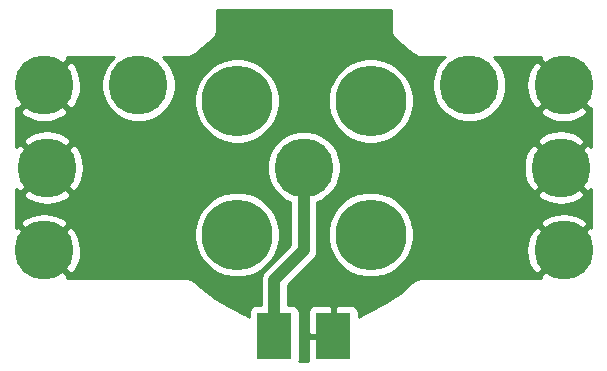
<source format=gtl>
G04 #@! TF.GenerationSoftware,KiCad,Pcbnew,5.1.9+dfsg1-1*
G04 #@! TF.CreationDate,2023-03-08T14:36:01+09:00*
G04 #@! TF.ProjectId,top,746f702e-6b69-4636-9164-5f7063625858,rev?*
G04 #@! TF.SameCoordinates,Original*
G04 #@! TF.FileFunction,Copper,L1,Top*
G04 #@! TF.FilePolarity,Positive*
%FSLAX46Y46*%
G04 Gerber Fmt 4.6, Leading zero omitted, Abs format (unit mm)*
G04 Created by KiCad (PCBNEW 5.1.9+dfsg1-1) date 2023-03-08 14:36:01*
%MOMM*%
%LPD*%
G01*
G04 APERTURE LIST*
G04 #@! TA.AperFunction,SMDPad,CuDef*
%ADD10R,3.000000X4.000000*%
G04 #@! TD*
G04 #@! TA.AperFunction,ComponentPad*
%ADD11C,5.000000*%
G04 #@! TD*
G04 #@! TA.AperFunction,ComponentPad*
%ADD12C,6.000000*%
G04 #@! TD*
G04 #@! TA.AperFunction,Conductor*
%ADD13C,1.000000*%
G04 #@! TD*
G04 #@! TA.AperFunction,Conductor*
%ADD14C,0.254000*%
G04 #@! TD*
G04 #@! TA.AperFunction,Conductor*
%ADD15C,0.100000*%
G04 #@! TD*
G04 APERTURE END LIST*
D10*
X172500000Y-124250000D03*
X177500000Y-124250000D03*
D11*
X153000000Y-117000000D03*
X197000000Y-117000000D03*
X153250000Y-110000000D03*
X197000000Y-103000000D03*
X196750000Y-110000000D03*
X153000000Y-103000000D03*
X161000000Y-103000000D03*
X189000000Y-103000000D03*
D12*
X169343146Y-104343146D03*
X180656854Y-104343146D03*
X180656854Y-115656854D03*
X169343146Y-115656854D03*
D11*
X175000000Y-110000000D03*
D13*
X172500000Y-119500000D02*
X172500000Y-124250000D01*
X175000000Y-117000000D02*
X172500000Y-119500000D01*
X175000000Y-110000000D02*
X175000000Y-117000000D01*
D14*
X182340000Y-98282418D02*
X182342628Y-98309103D01*
X182348767Y-98384478D01*
X182358452Y-98438004D01*
X182366506Y-98491819D01*
X182368815Y-98500740D01*
X182393926Y-98595037D01*
X182414879Y-98651044D01*
X182435062Y-98707377D01*
X182439060Y-98715679D01*
X182482008Y-98803302D01*
X182513443Y-98854175D01*
X182544181Y-98905513D01*
X182549716Y-98912881D01*
X182608866Y-98990494D01*
X182649591Y-99034301D01*
X182689713Y-99078687D01*
X182696573Y-99084839D01*
X182769672Y-99149484D01*
X182771092Y-99150511D01*
X182792097Y-99168444D01*
X183933625Y-100090802D01*
X184206778Y-100343706D01*
X184229113Y-100362278D01*
X184236236Y-100369402D01*
X184243398Y-100375202D01*
X184311530Y-100429594D01*
X184358827Y-100460310D01*
X184405350Y-100492165D01*
X184413456Y-100496548D01*
X184499617Y-100542360D01*
X184554909Y-100565149D01*
X184609898Y-100588718D01*
X184618701Y-100591443D01*
X184712119Y-100619648D01*
X184770826Y-100631273D01*
X184829316Y-100643705D01*
X184838470Y-100644667D01*
X184838476Y-100644668D01*
X184838481Y-100644668D01*
X184935598Y-100654190D01*
X184967581Y-100657340D01*
X186909100Y-100657340D01*
X186564886Y-101001554D01*
X186221799Y-101515021D01*
X185985476Y-102085554D01*
X185865000Y-102691229D01*
X185865000Y-103308771D01*
X185985476Y-103914446D01*
X186221799Y-104484979D01*
X186564886Y-104998446D01*
X187001554Y-105435114D01*
X187515021Y-105778201D01*
X188085554Y-106014524D01*
X188691229Y-106135000D01*
X189308771Y-106135000D01*
X189914446Y-106014524D01*
X190484979Y-105778201D01*
X190998446Y-105435114D01*
X191230412Y-105203148D01*
X194976457Y-105203148D01*
X195252627Y-105621118D01*
X195797557Y-105911649D01*
X196388696Y-106090287D01*
X197003328Y-106150168D01*
X197617831Y-106088990D01*
X198208592Y-105909103D01*
X198747373Y-105621118D01*
X199023543Y-105203148D01*
X197000000Y-103179605D01*
X194976457Y-105203148D01*
X191230412Y-105203148D01*
X191435114Y-104998446D01*
X191778201Y-104484979D01*
X192014524Y-103914446D01*
X192135000Y-103308771D01*
X192135000Y-103003328D01*
X193849832Y-103003328D01*
X193911010Y-103617831D01*
X194090897Y-104208592D01*
X194378882Y-104747373D01*
X194796852Y-105023543D01*
X196820395Y-103000000D01*
X194796852Y-100976457D01*
X194378882Y-101252627D01*
X194088351Y-101797557D01*
X193909713Y-102388696D01*
X193849832Y-103003328D01*
X192135000Y-103003328D01*
X192135000Y-102691229D01*
X192014524Y-102085554D01*
X191778201Y-101515021D01*
X191435114Y-101001554D01*
X191090900Y-100657340D01*
X195068638Y-100657340D01*
X194976457Y-100796852D01*
X197000000Y-102820395D01*
X197014143Y-102806253D01*
X197193748Y-102985858D01*
X197179605Y-103000000D01*
X199203148Y-105023543D01*
X199340001Y-104933119D01*
X199340001Y-108232066D01*
X198953148Y-107976457D01*
X196929605Y-110000000D01*
X198953148Y-112023543D01*
X199340000Y-111767934D01*
X199340000Y-115066881D01*
X199203148Y-114976457D01*
X197179605Y-117000000D01*
X197193748Y-117014143D01*
X197014143Y-117193748D01*
X197000000Y-117179605D01*
X194976457Y-119203148D01*
X195065123Y-119337340D01*
X184967581Y-119337340D01*
X184938885Y-119340166D01*
X184855615Y-119347453D01*
X184800198Y-119357825D01*
X184744523Y-119366845D01*
X184735630Y-119369262D01*
X184641643Y-119395509D01*
X184585890Y-119417138D01*
X184529811Y-119437996D01*
X184521557Y-119442094D01*
X184434458Y-119486096D01*
X184383946Y-119518155D01*
X184333002Y-119549500D01*
X184325701Y-119555123D01*
X184248808Y-119615206D01*
X184247540Y-119616414D01*
X184226074Y-119633798D01*
X183120826Y-120579532D01*
X181950338Y-121382567D01*
X180693306Y-122060905D01*
X180044037Y-122347225D01*
X180013755Y-122362552D01*
X180000465Y-122367922D01*
X179992329Y-122372248D01*
X179906490Y-122418661D01*
X179856912Y-122452102D01*
X179806842Y-122484867D01*
X179799701Y-122490691D01*
X179724512Y-122552893D01*
X179682351Y-122595349D01*
X179639621Y-122637194D01*
X179637373Y-122639911D01*
X179638072Y-122250000D01*
X179625812Y-122125518D01*
X179589502Y-122005820D01*
X179530537Y-121895506D01*
X179451185Y-121798815D01*
X179354494Y-121719463D01*
X179244180Y-121660498D01*
X179124482Y-121624188D01*
X179000000Y-121611928D01*
X177785750Y-121615000D01*
X177627000Y-121773750D01*
X177627000Y-124123000D01*
X177647000Y-124123000D01*
X177647000Y-124377000D01*
X177627000Y-124377000D01*
X177627000Y-124397000D01*
X177373000Y-124397000D01*
X177373000Y-124377000D01*
X175523750Y-124377000D01*
X175365000Y-124535750D01*
X175361928Y-126250000D01*
X175370530Y-126337340D01*
X174629470Y-126337340D01*
X174638072Y-126250000D01*
X174638072Y-122250000D01*
X175361928Y-122250000D01*
X175365000Y-123964250D01*
X175523750Y-124123000D01*
X177373000Y-124123000D01*
X177373000Y-121773750D01*
X177214250Y-121615000D01*
X176000000Y-121611928D01*
X175875518Y-121624188D01*
X175755820Y-121660498D01*
X175645506Y-121719463D01*
X175548815Y-121798815D01*
X175469463Y-121895506D01*
X175410498Y-122005820D01*
X175374188Y-122125518D01*
X175361928Y-122250000D01*
X174638072Y-122250000D01*
X174625812Y-122125518D01*
X174589502Y-122005820D01*
X174530537Y-121895506D01*
X174451185Y-121798815D01*
X174354494Y-121719463D01*
X174244180Y-121660498D01*
X174124482Y-121624188D01*
X174000000Y-121611928D01*
X173635000Y-121611928D01*
X173635000Y-119970131D01*
X175763141Y-117841991D01*
X175806449Y-117806449D01*
X175948284Y-117633623D01*
X176053676Y-117436447D01*
X176118577Y-117222499D01*
X176135000Y-117055752D01*
X176140491Y-117000000D01*
X176135000Y-116944249D01*
X176135000Y-115298838D01*
X177021854Y-115298838D01*
X177021854Y-116014870D01*
X177161545Y-116717144D01*
X177435559Y-117378672D01*
X177833365Y-117974031D01*
X178339677Y-118480343D01*
X178935036Y-118878149D01*
X179596564Y-119152163D01*
X180298838Y-119291854D01*
X181014870Y-119291854D01*
X181717144Y-119152163D01*
X182378672Y-118878149D01*
X182974031Y-118480343D01*
X183480343Y-117974031D01*
X183878149Y-117378672D01*
X184033621Y-117003328D01*
X193849832Y-117003328D01*
X193911010Y-117617831D01*
X194090897Y-118208592D01*
X194378882Y-118747373D01*
X194796852Y-119023543D01*
X196820395Y-117000000D01*
X194796852Y-114976457D01*
X194378882Y-115252627D01*
X194088351Y-115797557D01*
X193909713Y-116388696D01*
X193849832Y-117003328D01*
X184033621Y-117003328D01*
X184152163Y-116717144D01*
X184291854Y-116014870D01*
X184291854Y-115298838D01*
X184192003Y-114796852D01*
X194976457Y-114796852D01*
X197000000Y-116820395D01*
X199023543Y-114796852D01*
X198747373Y-114378882D01*
X198202443Y-114088351D01*
X197611304Y-113909713D01*
X196996672Y-113849832D01*
X196382169Y-113911010D01*
X195791408Y-114090897D01*
X195252627Y-114378882D01*
X194976457Y-114796852D01*
X184192003Y-114796852D01*
X184152163Y-114596564D01*
X183878149Y-113935036D01*
X183480343Y-113339677D01*
X182974031Y-112833365D01*
X182378672Y-112435559D01*
X181817583Y-112203148D01*
X194726457Y-112203148D01*
X195002627Y-112621118D01*
X195547557Y-112911649D01*
X196138696Y-113090287D01*
X196753328Y-113150168D01*
X197367831Y-113088990D01*
X197958592Y-112909103D01*
X198497373Y-112621118D01*
X198773543Y-112203148D01*
X196750000Y-110179605D01*
X194726457Y-112203148D01*
X181817583Y-112203148D01*
X181717144Y-112161545D01*
X181014870Y-112021854D01*
X180298838Y-112021854D01*
X179596564Y-112161545D01*
X178935036Y-112435559D01*
X178339677Y-112833365D01*
X177833365Y-113339677D01*
X177435559Y-113935036D01*
X177161545Y-114596564D01*
X177021854Y-115298838D01*
X176135000Y-115298838D01*
X176135000Y-112923167D01*
X176484979Y-112778201D01*
X176998446Y-112435114D01*
X177435114Y-111998446D01*
X177778201Y-111484979D01*
X178014524Y-110914446D01*
X178135000Y-110308771D01*
X178135000Y-110003328D01*
X193599832Y-110003328D01*
X193661010Y-110617831D01*
X193840897Y-111208592D01*
X194128882Y-111747373D01*
X194546852Y-112023543D01*
X196570395Y-110000000D01*
X194546852Y-107976457D01*
X194128882Y-108252627D01*
X193838351Y-108797557D01*
X193659713Y-109388696D01*
X193599832Y-110003328D01*
X178135000Y-110003328D01*
X178135000Y-109691229D01*
X178014524Y-109085554D01*
X177778201Y-108515021D01*
X177435114Y-108001554D01*
X176998446Y-107564886D01*
X176484979Y-107221799D01*
X175914446Y-106985476D01*
X175308771Y-106865000D01*
X174691229Y-106865000D01*
X174085554Y-106985476D01*
X173515021Y-107221799D01*
X173001554Y-107564886D01*
X172564886Y-108001554D01*
X172221799Y-108515021D01*
X171985476Y-109085554D01*
X171865000Y-109691229D01*
X171865000Y-110308771D01*
X171985476Y-110914446D01*
X172221799Y-111484979D01*
X172564886Y-111998446D01*
X173001554Y-112435114D01*
X173515021Y-112778201D01*
X173865000Y-112923168D01*
X173865001Y-116529867D01*
X171736865Y-118658004D01*
X171693551Y-118693551D01*
X171551716Y-118866377D01*
X171446325Y-119063553D01*
X171446324Y-119063554D01*
X171381423Y-119277502D01*
X171359509Y-119500000D01*
X171365000Y-119555752D01*
X171365000Y-121611928D01*
X171000000Y-121611928D01*
X170875518Y-121624188D01*
X170755820Y-121660498D01*
X170645506Y-121719463D01*
X170548815Y-121798815D01*
X170469463Y-121895506D01*
X170410498Y-122005820D01*
X170374188Y-122125518D01*
X170361928Y-122250000D01*
X170361928Y-122639696D01*
X170359376Y-122636623D01*
X170316842Y-122594546D01*
X170274923Y-122551901D01*
X170267811Y-122546041D01*
X170267806Y-122546037D01*
X170267803Y-122546034D01*
X170267800Y-122546032D01*
X170192073Y-122484509D01*
X170142165Y-122451486D01*
X170092756Y-122417793D01*
X170084642Y-122413425D01*
X169998394Y-122367777D01*
X169996764Y-122367109D01*
X169972139Y-122354620D01*
X168657469Y-121732027D01*
X167446399Y-120991598D01*
X166313808Y-120121243D01*
X165787283Y-119645543D01*
X165770052Y-119631566D01*
X165763764Y-119625278D01*
X165756602Y-119619479D01*
X165688470Y-119565086D01*
X165641181Y-119534374D01*
X165594650Y-119502514D01*
X165586544Y-119498132D01*
X165500383Y-119452320D01*
X165445091Y-119429531D01*
X165390102Y-119405962D01*
X165381299Y-119403237D01*
X165287881Y-119375032D01*
X165229174Y-119363407D01*
X165170684Y-119350975D01*
X165161530Y-119350013D01*
X165161524Y-119350012D01*
X165161519Y-119350012D01*
X165064402Y-119340490D01*
X165032419Y-119337340D01*
X154934877Y-119337340D01*
X155023543Y-119203148D01*
X153000000Y-117179605D01*
X152985858Y-117193748D01*
X152806253Y-117014143D01*
X152820395Y-117000000D01*
X153179605Y-117000000D01*
X155203148Y-119023543D01*
X155621118Y-118747373D01*
X155911649Y-118202443D01*
X156090287Y-117611304D01*
X156150168Y-116996672D01*
X156088990Y-116382169D01*
X155909103Y-115791408D01*
X155645819Y-115298838D01*
X165708146Y-115298838D01*
X165708146Y-116014870D01*
X165847837Y-116717144D01*
X166121851Y-117378672D01*
X166519657Y-117974031D01*
X167025969Y-118480343D01*
X167621328Y-118878149D01*
X168282856Y-119152163D01*
X168985130Y-119291854D01*
X169701162Y-119291854D01*
X170403436Y-119152163D01*
X171064964Y-118878149D01*
X171660323Y-118480343D01*
X172166635Y-117974031D01*
X172564441Y-117378672D01*
X172838455Y-116717144D01*
X172978146Y-116014870D01*
X172978146Y-115298838D01*
X172838455Y-114596564D01*
X172564441Y-113935036D01*
X172166635Y-113339677D01*
X171660323Y-112833365D01*
X171064964Y-112435559D01*
X170403436Y-112161545D01*
X169701162Y-112021854D01*
X168985130Y-112021854D01*
X168282856Y-112161545D01*
X167621328Y-112435559D01*
X167025969Y-112833365D01*
X166519657Y-113339677D01*
X166121851Y-113935036D01*
X165847837Y-114596564D01*
X165708146Y-115298838D01*
X155645819Y-115298838D01*
X155621118Y-115252627D01*
X155203148Y-114976457D01*
X153179605Y-117000000D01*
X152820395Y-117000000D01*
X150796852Y-114976457D01*
X150660000Y-115066881D01*
X150660000Y-114796852D01*
X150976457Y-114796852D01*
X153000000Y-116820395D01*
X155023543Y-114796852D01*
X154747373Y-114378882D01*
X154202443Y-114088351D01*
X153611304Y-113909713D01*
X152996672Y-113849832D01*
X152382169Y-113911010D01*
X151791408Y-114090897D01*
X151252627Y-114378882D01*
X150976457Y-114796852D01*
X150660000Y-114796852D01*
X150660000Y-112203148D01*
X151226457Y-112203148D01*
X151502627Y-112621118D01*
X152047557Y-112911649D01*
X152638696Y-113090287D01*
X153253328Y-113150168D01*
X153867831Y-113088990D01*
X154458592Y-112909103D01*
X154997373Y-112621118D01*
X155273543Y-112203148D01*
X153250000Y-110179605D01*
X151226457Y-112203148D01*
X150660000Y-112203148D01*
X150660000Y-111767934D01*
X151046852Y-112023543D01*
X153070395Y-110000000D01*
X153429605Y-110000000D01*
X155453148Y-112023543D01*
X155871118Y-111747373D01*
X156161649Y-111202443D01*
X156340287Y-110611304D01*
X156400168Y-109996672D01*
X156338990Y-109382169D01*
X156159103Y-108791408D01*
X155871118Y-108252627D01*
X155453148Y-107976457D01*
X153429605Y-110000000D01*
X153070395Y-110000000D01*
X151046852Y-107976457D01*
X150660000Y-108232066D01*
X150660000Y-107796852D01*
X151226457Y-107796852D01*
X153250000Y-109820395D01*
X155273543Y-107796852D01*
X154997373Y-107378882D01*
X154452443Y-107088351D01*
X153861304Y-106909713D01*
X153246672Y-106849832D01*
X152632169Y-106911010D01*
X152041408Y-107090897D01*
X151502627Y-107378882D01*
X151226457Y-107796852D01*
X150660000Y-107796852D01*
X150660000Y-105203148D01*
X150976457Y-105203148D01*
X151252627Y-105621118D01*
X151797557Y-105911649D01*
X152388696Y-106090287D01*
X153003328Y-106150168D01*
X153617831Y-106088990D01*
X154208592Y-105909103D01*
X154747373Y-105621118D01*
X155023543Y-105203148D01*
X153000000Y-103179605D01*
X150976457Y-105203148D01*
X150660000Y-105203148D01*
X150660000Y-104933119D01*
X150796852Y-105023543D01*
X152820395Y-103000000D01*
X153179605Y-103000000D01*
X155203148Y-105023543D01*
X155621118Y-104747373D01*
X155911649Y-104202443D01*
X156090287Y-103611304D01*
X156150168Y-102996672D01*
X156088990Y-102382169D01*
X155909103Y-101791408D01*
X155621118Y-101252627D01*
X155203148Y-100976457D01*
X153179605Y-103000000D01*
X152820395Y-103000000D01*
X152806253Y-102985858D01*
X152985858Y-102806253D01*
X153000000Y-102820395D01*
X155023543Y-100796852D01*
X154931362Y-100657340D01*
X158909100Y-100657340D01*
X158564886Y-101001554D01*
X158221799Y-101515021D01*
X157985476Y-102085554D01*
X157865000Y-102691229D01*
X157865000Y-103308771D01*
X157985476Y-103914446D01*
X158221799Y-104484979D01*
X158564886Y-104998446D01*
X159001554Y-105435114D01*
X159515021Y-105778201D01*
X160085554Y-106014524D01*
X160691229Y-106135000D01*
X161308771Y-106135000D01*
X161914446Y-106014524D01*
X162484979Y-105778201D01*
X162998446Y-105435114D01*
X163435114Y-104998446D01*
X163778201Y-104484979D01*
X163985245Y-103985130D01*
X165708146Y-103985130D01*
X165708146Y-104701162D01*
X165847837Y-105403436D01*
X166121851Y-106064964D01*
X166519657Y-106660323D01*
X167025969Y-107166635D01*
X167621328Y-107564441D01*
X168282856Y-107838455D01*
X168985130Y-107978146D01*
X169701162Y-107978146D01*
X170403436Y-107838455D01*
X171064964Y-107564441D01*
X171660323Y-107166635D01*
X172166635Y-106660323D01*
X172564441Y-106064964D01*
X172838455Y-105403436D01*
X172978146Y-104701162D01*
X172978146Y-103985130D01*
X177021854Y-103985130D01*
X177021854Y-104701162D01*
X177161545Y-105403436D01*
X177435559Y-106064964D01*
X177833365Y-106660323D01*
X178339677Y-107166635D01*
X178935036Y-107564441D01*
X179596564Y-107838455D01*
X180298838Y-107978146D01*
X181014870Y-107978146D01*
X181717144Y-107838455D01*
X181817582Y-107796852D01*
X194726457Y-107796852D01*
X196750000Y-109820395D01*
X198773543Y-107796852D01*
X198497373Y-107378882D01*
X197952443Y-107088351D01*
X197361304Y-106909713D01*
X196746672Y-106849832D01*
X196132169Y-106911010D01*
X195541408Y-107090897D01*
X195002627Y-107378882D01*
X194726457Y-107796852D01*
X181817582Y-107796852D01*
X182378672Y-107564441D01*
X182974031Y-107166635D01*
X183480343Y-106660323D01*
X183878149Y-106064964D01*
X184152163Y-105403436D01*
X184291854Y-104701162D01*
X184291854Y-103985130D01*
X184152163Y-103282856D01*
X183878149Y-102621328D01*
X183480343Y-102025969D01*
X182974031Y-101519657D01*
X182378672Y-101121851D01*
X181717144Y-100847837D01*
X181014870Y-100708146D01*
X180298838Y-100708146D01*
X179596564Y-100847837D01*
X178935036Y-101121851D01*
X178339677Y-101519657D01*
X177833365Y-102025969D01*
X177435559Y-102621328D01*
X177161545Y-103282856D01*
X177021854Y-103985130D01*
X172978146Y-103985130D01*
X172838455Y-103282856D01*
X172564441Y-102621328D01*
X172166635Y-102025969D01*
X171660323Y-101519657D01*
X171064964Y-101121851D01*
X170403436Y-100847837D01*
X169701162Y-100708146D01*
X168985130Y-100708146D01*
X168282856Y-100847837D01*
X167621328Y-101121851D01*
X167025969Y-101519657D01*
X166519657Y-102025969D01*
X166121851Y-102621328D01*
X165847837Y-103282856D01*
X165708146Y-103985130D01*
X163985245Y-103985130D01*
X164014524Y-103914446D01*
X164135000Y-103308771D01*
X164135000Y-102691229D01*
X164014524Y-102085554D01*
X163778201Y-101515021D01*
X163435114Y-101001554D01*
X163090900Y-100657340D01*
X165032419Y-100657340D01*
X165061108Y-100654514D01*
X165144385Y-100647227D01*
X165199802Y-100636855D01*
X165255477Y-100627835D01*
X165264370Y-100625418D01*
X165358357Y-100599171D01*
X165414099Y-100577546D01*
X165470189Y-100556684D01*
X165478443Y-100552586D01*
X165565542Y-100508584D01*
X165616037Y-100476535D01*
X165666999Y-100445180D01*
X165674299Y-100439556D01*
X165751193Y-100379474D01*
X165752467Y-100378261D01*
X165773926Y-100360882D01*
X166889001Y-99406739D01*
X167187495Y-99184284D01*
X167207147Y-99167942D01*
X167215079Y-99162563D01*
X167222123Y-99156621D01*
X167283805Y-99103858D01*
X167321505Y-99064623D01*
X167360378Y-99026555D01*
X167366252Y-99019454D01*
X167427927Y-98943832D01*
X167461026Y-98894013D01*
X167494821Y-98844658D01*
X167499204Y-98836552D01*
X167545017Y-98750392D01*
X167567812Y-98695087D01*
X167591380Y-98640101D01*
X167594105Y-98631298D01*
X167622310Y-98537879D01*
X167633936Y-98479164D01*
X167646366Y-98420684D01*
X167647329Y-98411519D01*
X167656851Y-98314402D01*
X167656851Y-98314392D01*
X167660000Y-98282419D01*
X167660000Y-96657340D01*
X182340001Y-96657340D01*
X182340000Y-98282418D01*
G04 #@! TA.AperFunction,Conductor*
D15*
G36*
X182340000Y-98282418D02*
G01*
X182342628Y-98309103D01*
X182348767Y-98384478D01*
X182358452Y-98438004D01*
X182366506Y-98491819D01*
X182368815Y-98500740D01*
X182393926Y-98595037D01*
X182414879Y-98651044D01*
X182435062Y-98707377D01*
X182439060Y-98715679D01*
X182482008Y-98803302D01*
X182513443Y-98854175D01*
X182544181Y-98905513D01*
X182549716Y-98912881D01*
X182608866Y-98990494D01*
X182649591Y-99034301D01*
X182689713Y-99078687D01*
X182696573Y-99084839D01*
X182769672Y-99149484D01*
X182771092Y-99150511D01*
X182792097Y-99168444D01*
X183933625Y-100090802D01*
X184206778Y-100343706D01*
X184229113Y-100362278D01*
X184236236Y-100369402D01*
X184243398Y-100375202D01*
X184311530Y-100429594D01*
X184358827Y-100460310D01*
X184405350Y-100492165D01*
X184413456Y-100496548D01*
X184499617Y-100542360D01*
X184554909Y-100565149D01*
X184609898Y-100588718D01*
X184618701Y-100591443D01*
X184712119Y-100619648D01*
X184770826Y-100631273D01*
X184829316Y-100643705D01*
X184838470Y-100644667D01*
X184838476Y-100644668D01*
X184838481Y-100644668D01*
X184935598Y-100654190D01*
X184967581Y-100657340D01*
X186909100Y-100657340D01*
X186564886Y-101001554D01*
X186221799Y-101515021D01*
X185985476Y-102085554D01*
X185865000Y-102691229D01*
X185865000Y-103308771D01*
X185985476Y-103914446D01*
X186221799Y-104484979D01*
X186564886Y-104998446D01*
X187001554Y-105435114D01*
X187515021Y-105778201D01*
X188085554Y-106014524D01*
X188691229Y-106135000D01*
X189308771Y-106135000D01*
X189914446Y-106014524D01*
X190484979Y-105778201D01*
X190998446Y-105435114D01*
X191230412Y-105203148D01*
X194976457Y-105203148D01*
X195252627Y-105621118D01*
X195797557Y-105911649D01*
X196388696Y-106090287D01*
X197003328Y-106150168D01*
X197617831Y-106088990D01*
X198208592Y-105909103D01*
X198747373Y-105621118D01*
X199023543Y-105203148D01*
X197000000Y-103179605D01*
X194976457Y-105203148D01*
X191230412Y-105203148D01*
X191435114Y-104998446D01*
X191778201Y-104484979D01*
X192014524Y-103914446D01*
X192135000Y-103308771D01*
X192135000Y-103003328D01*
X193849832Y-103003328D01*
X193911010Y-103617831D01*
X194090897Y-104208592D01*
X194378882Y-104747373D01*
X194796852Y-105023543D01*
X196820395Y-103000000D01*
X194796852Y-100976457D01*
X194378882Y-101252627D01*
X194088351Y-101797557D01*
X193909713Y-102388696D01*
X193849832Y-103003328D01*
X192135000Y-103003328D01*
X192135000Y-102691229D01*
X192014524Y-102085554D01*
X191778201Y-101515021D01*
X191435114Y-101001554D01*
X191090900Y-100657340D01*
X195068638Y-100657340D01*
X194976457Y-100796852D01*
X197000000Y-102820395D01*
X197014143Y-102806253D01*
X197193748Y-102985858D01*
X197179605Y-103000000D01*
X199203148Y-105023543D01*
X199340001Y-104933119D01*
X199340001Y-108232066D01*
X198953148Y-107976457D01*
X196929605Y-110000000D01*
X198953148Y-112023543D01*
X199340000Y-111767934D01*
X199340000Y-115066881D01*
X199203148Y-114976457D01*
X197179605Y-117000000D01*
X197193748Y-117014143D01*
X197014143Y-117193748D01*
X197000000Y-117179605D01*
X194976457Y-119203148D01*
X195065123Y-119337340D01*
X184967581Y-119337340D01*
X184938885Y-119340166D01*
X184855615Y-119347453D01*
X184800198Y-119357825D01*
X184744523Y-119366845D01*
X184735630Y-119369262D01*
X184641643Y-119395509D01*
X184585890Y-119417138D01*
X184529811Y-119437996D01*
X184521557Y-119442094D01*
X184434458Y-119486096D01*
X184383946Y-119518155D01*
X184333002Y-119549500D01*
X184325701Y-119555123D01*
X184248808Y-119615206D01*
X184247540Y-119616414D01*
X184226074Y-119633798D01*
X183120826Y-120579532D01*
X181950338Y-121382567D01*
X180693306Y-122060905D01*
X180044037Y-122347225D01*
X180013755Y-122362552D01*
X180000465Y-122367922D01*
X179992329Y-122372248D01*
X179906490Y-122418661D01*
X179856912Y-122452102D01*
X179806842Y-122484867D01*
X179799701Y-122490691D01*
X179724512Y-122552893D01*
X179682351Y-122595349D01*
X179639621Y-122637194D01*
X179637373Y-122639911D01*
X179638072Y-122250000D01*
X179625812Y-122125518D01*
X179589502Y-122005820D01*
X179530537Y-121895506D01*
X179451185Y-121798815D01*
X179354494Y-121719463D01*
X179244180Y-121660498D01*
X179124482Y-121624188D01*
X179000000Y-121611928D01*
X177785750Y-121615000D01*
X177627000Y-121773750D01*
X177627000Y-124123000D01*
X177647000Y-124123000D01*
X177647000Y-124377000D01*
X177627000Y-124377000D01*
X177627000Y-124397000D01*
X177373000Y-124397000D01*
X177373000Y-124377000D01*
X175523750Y-124377000D01*
X175365000Y-124535750D01*
X175361928Y-126250000D01*
X175370530Y-126337340D01*
X174629470Y-126337340D01*
X174638072Y-126250000D01*
X174638072Y-122250000D01*
X175361928Y-122250000D01*
X175365000Y-123964250D01*
X175523750Y-124123000D01*
X177373000Y-124123000D01*
X177373000Y-121773750D01*
X177214250Y-121615000D01*
X176000000Y-121611928D01*
X175875518Y-121624188D01*
X175755820Y-121660498D01*
X175645506Y-121719463D01*
X175548815Y-121798815D01*
X175469463Y-121895506D01*
X175410498Y-122005820D01*
X175374188Y-122125518D01*
X175361928Y-122250000D01*
X174638072Y-122250000D01*
X174625812Y-122125518D01*
X174589502Y-122005820D01*
X174530537Y-121895506D01*
X174451185Y-121798815D01*
X174354494Y-121719463D01*
X174244180Y-121660498D01*
X174124482Y-121624188D01*
X174000000Y-121611928D01*
X173635000Y-121611928D01*
X173635000Y-119970131D01*
X175763141Y-117841991D01*
X175806449Y-117806449D01*
X175948284Y-117633623D01*
X176053676Y-117436447D01*
X176118577Y-117222499D01*
X176135000Y-117055752D01*
X176140491Y-117000000D01*
X176135000Y-116944249D01*
X176135000Y-115298838D01*
X177021854Y-115298838D01*
X177021854Y-116014870D01*
X177161545Y-116717144D01*
X177435559Y-117378672D01*
X177833365Y-117974031D01*
X178339677Y-118480343D01*
X178935036Y-118878149D01*
X179596564Y-119152163D01*
X180298838Y-119291854D01*
X181014870Y-119291854D01*
X181717144Y-119152163D01*
X182378672Y-118878149D01*
X182974031Y-118480343D01*
X183480343Y-117974031D01*
X183878149Y-117378672D01*
X184033621Y-117003328D01*
X193849832Y-117003328D01*
X193911010Y-117617831D01*
X194090897Y-118208592D01*
X194378882Y-118747373D01*
X194796852Y-119023543D01*
X196820395Y-117000000D01*
X194796852Y-114976457D01*
X194378882Y-115252627D01*
X194088351Y-115797557D01*
X193909713Y-116388696D01*
X193849832Y-117003328D01*
X184033621Y-117003328D01*
X184152163Y-116717144D01*
X184291854Y-116014870D01*
X184291854Y-115298838D01*
X184192003Y-114796852D01*
X194976457Y-114796852D01*
X197000000Y-116820395D01*
X199023543Y-114796852D01*
X198747373Y-114378882D01*
X198202443Y-114088351D01*
X197611304Y-113909713D01*
X196996672Y-113849832D01*
X196382169Y-113911010D01*
X195791408Y-114090897D01*
X195252627Y-114378882D01*
X194976457Y-114796852D01*
X184192003Y-114796852D01*
X184152163Y-114596564D01*
X183878149Y-113935036D01*
X183480343Y-113339677D01*
X182974031Y-112833365D01*
X182378672Y-112435559D01*
X181817583Y-112203148D01*
X194726457Y-112203148D01*
X195002627Y-112621118D01*
X195547557Y-112911649D01*
X196138696Y-113090287D01*
X196753328Y-113150168D01*
X197367831Y-113088990D01*
X197958592Y-112909103D01*
X198497373Y-112621118D01*
X198773543Y-112203148D01*
X196750000Y-110179605D01*
X194726457Y-112203148D01*
X181817583Y-112203148D01*
X181717144Y-112161545D01*
X181014870Y-112021854D01*
X180298838Y-112021854D01*
X179596564Y-112161545D01*
X178935036Y-112435559D01*
X178339677Y-112833365D01*
X177833365Y-113339677D01*
X177435559Y-113935036D01*
X177161545Y-114596564D01*
X177021854Y-115298838D01*
X176135000Y-115298838D01*
X176135000Y-112923167D01*
X176484979Y-112778201D01*
X176998446Y-112435114D01*
X177435114Y-111998446D01*
X177778201Y-111484979D01*
X178014524Y-110914446D01*
X178135000Y-110308771D01*
X178135000Y-110003328D01*
X193599832Y-110003328D01*
X193661010Y-110617831D01*
X193840897Y-111208592D01*
X194128882Y-111747373D01*
X194546852Y-112023543D01*
X196570395Y-110000000D01*
X194546852Y-107976457D01*
X194128882Y-108252627D01*
X193838351Y-108797557D01*
X193659713Y-109388696D01*
X193599832Y-110003328D01*
X178135000Y-110003328D01*
X178135000Y-109691229D01*
X178014524Y-109085554D01*
X177778201Y-108515021D01*
X177435114Y-108001554D01*
X176998446Y-107564886D01*
X176484979Y-107221799D01*
X175914446Y-106985476D01*
X175308771Y-106865000D01*
X174691229Y-106865000D01*
X174085554Y-106985476D01*
X173515021Y-107221799D01*
X173001554Y-107564886D01*
X172564886Y-108001554D01*
X172221799Y-108515021D01*
X171985476Y-109085554D01*
X171865000Y-109691229D01*
X171865000Y-110308771D01*
X171985476Y-110914446D01*
X172221799Y-111484979D01*
X172564886Y-111998446D01*
X173001554Y-112435114D01*
X173515021Y-112778201D01*
X173865000Y-112923168D01*
X173865001Y-116529867D01*
X171736865Y-118658004D01*
X171693551Y-118693551D01*
X171551716Y-118866377D01*
X171446325Y-119063553D01*
X171446324Y-119063554D01*
X171381423Y-119277502D01*
X171359509Y-119500000D01*
X171365000Y-119555752D01*
X171365000Y-121611928D01*
X171000000Y-121611928D01*
X170875518Y-121624188D01*
X170755820Y-121660498D01*
X170645506Y-121719463D01*
X170548815Y-121798815D01*
X170469463Y-121895506D01*
X170410498Y-122005820D01*
X170374188Y-122125518D01*
X170361928Y-122250000D01*
X170361928Y-122639696D01*
X170359376Y-122636623D01*
X170316842Y-122594546D01*
X170274923Y-122551901D01*
X170267811Y-122546041D01*
X170267806Y-122546037D01*
X170267803Y-122546034D01*
X170267800Y-122546032D01*
X170192073Y-122484509D01*
X170142165Y-122451486D01*
X170092756Y-122417793D01*
X170084642Y-122413425D01*
X169998394Y-122367777D01*
X169996764Y-122367109D01*
X169972139Y-122354620D01*
X168657469Y-121732027D01*
X167446399Y-120991598D01*
X166313808Y-120121243D01*
X165787283Y-119645543D01*
X165770052Y-119631566D01*
X165763764Y-119625278D01*
X165756602Y-119619479D01*
X165688470Y-119565086D01*
X165641181Y-119534374D01*
X165594650Y-119502514D01*
X165586544Y-119498132D01*
X165500383Y-119452320D01*
X165445091Y-119429531D01*
X165390102Y-119405962D01*
X165381299Y-119403237D01*
X165287881Y-119375032D01*
X165229174Y-119363407D01*
X165170684Y-119350975D01*
X165161530Y-119350013D01*
X165161524Y-119350012D01*
X165161519Y-119350012D01*
X165064402Y-119340490D01*
X165032419Y-119337340D01*
X154934877Y-119337340D01*
X155023543Y-119203148D01*
X153000000Y-117179605D01*
X152985858Y-117193748D01*
X152806253Y-117014143D01*
X152820395Y-117000000D01*
X153179605Y-117000000D01*
X155203148Y-119023543D01*
X155621118Y-118747373D01*
X155911649Y-118202443D01*
X156090287Y-117611304D01*
X156150168Y-116996672D01*
X156088990Y-116382169D01*
X155909103Y-115791408D01*
X155645819Y-115298838D01*
X165708146Y-115298838D01*
X165708146Y-116014870D01*
X165847837Y-116717144D01*
X166121851Y-117378672D01*
X166519657Y-117974031D01*
X167025969Y-118480343D01*
X167621328Y-118878149D01*
X168282856Y-119152163D01*
X168985130Y-119291854D01*
X169701162Y-119291854D01*
X170403436Y-119152163D01*
X171064964Y-118878149D01*
X171660323Y-118480343D01*
X172166635Y-117974031D01*
X172564441Y-117378672D01*
X172838455Y-116717144D01*
X172978146Y-116014870D01*
X172978146Y-115298838D01*
X172838455Y-114596564D01*
X172564441Y-113935036D01*
X172166635Y-113339677D01*
X171660323Y-112833365D01*
X171064964Y-112435559D01*
X170403436Y-112161545D01*
X169701162Y-112021854D01*
X168985130Y-112021854D01*
X168282856Y-112161545D01*
X167621328Y-112435559D01*
X167025969Y-112833365D01*
X166519657Y-113339677D01*
X166121851Y-113935036D01*
X165847837Y-114596564D01*
X165708146Y-115298838D01*
X155645819Y-115298838D01*
X155621118Y-115252627D01*
X155203148Y-114976457D01*
X153179605Y-117000000D01*
X152820395Y-117000000D01*
X150796852Y-114976457D01*
X150660000Y-115066881D01*
X150660000Y-114796852D01*
X150976457Y-114796852D01*
X153000000Y-116820395D01*
X155023543Y-114796852D01*
X154747373Y-114378882D01*
X154202443Y-114088351D01*
X153611304Y-113909713D01*
X152996672Y-113849832D01*
X152382169Y-113911010D01*
X151791408Y-114090897D01*
X151252627Y-114378882D01*
X150976457Y-114796852D01*
X150660000Y-114796852D01*
X150660000Y-112203148D01*
X151226457Y-112203148D01*
X151502627Y-112621118D01*
X152047557Y-112911649D01*
X152638696Y-113090287D01*
X153253328Y-113150168D01*
X153867831Y-113088990D01*
X154458592Y-112909103D01*
X154997373Y-112621118D01*
X155273543Y-112203148D01*
X153250000Y-110179605D01*
X151226457Y-112203148D01*
X150660000Y-112203148D01*
X150660000Y-111767934D01*
X151046852Y-112023543D01*
X153070395Y-110000000D01*
X153429605Y-110000000D01*
X155453148Y-112023543D01*
X155871118Y-111747373D01*
X156161649Y-111202443D01*
X156340287Y-110611304D01*
X156400168Y-109996672D01*
X156338990Y-109382169D01*
X156159103Y-108791408D01*
X155871118Y-108252627D01*
X155453148Y-107976457D01*
X153429605Y-110000000D01*
X153070395Y-110000000D01*
X151046852Y-107976457D01*
X150660000Y-108232066D01*
X150660000Y-107796852D01*
X151226457Y-107796852D01*
X153250000Y-109820395D01*
X155273543Y-107796852D01*
X154997373Y-107378882D01*
X154452443Y-107088351D01*
X153861304Y-106909713D01*
X153246672Y-106849832D01*
X152632169Y-106911010D01*
X152041408Y-107090897D01*
X151502627Y-107378882D01*
X151226457Y-107796852D01*
X150660000Y-107796852D01*
X150660000Y-105203148D01*
X150976457Y-105203148D01*
X151252627Y-105621118D01*
X151797557Y-105911649D01*
X152388696Y-106090287D01*
X153003328Y-106150168D01*
X153617831Y-106088990D01*
X154208592Y-105909103D01*
X154747373Y-105621118D01*
X155023543Y-105203148D01*
X153000000Y-103179605D01*
X150976457Y-105203148D01*
X150660000Y-105203148D01*
X150660000Y-104933119D01*
X150796852Y-105023543D01*
X152820395Y-103000000D01*
X153179605Y-103000000D01*
X155203148Y-105023543D01*
X155621118Y-104747373D01*
X155911649Y-104202443D01*
X156090287Y-103611304D01*
X156150168Y-102996672D01*
X156088990Y-102382169D01*
X155909103Y-101791408D01*
X155621118Y-101252627D01*
X155203148Y-100976457D01*
X153179605Y-103000000D01*
X152820395Y-103000000D01*
X152806253Y-102985858D01*
X152985858Y-102806253D01*
X153000000Y-102820395D01*
X155023543Y-100796852D01*
X154931362Y-100657340D01*
X158909100Y-100657340D01*
X158564886Y-101001554D01*
X158221799Y-101515021D01*
X157985476Y-102085554D01*
X157865000Y-102691229D01*
X157865000Y-103308771D01*
X157985476Y-103914446D01*
X158221799Y-104484979D01*
X158564886Y-104998446D01*
X159001554Y-105435114D01*
X159515021Y-105778201D01*
X160085554Y-106014524D01*
X160691229Y-106135000D01*
X161308771Y-106135000D01*
X161914446Y-106014524D01*
X162484979Y-105778201D01*
X162998446Y-105435114D01*
X163435114Y-104998446D01*
X163778201Y-104484979D01*
X163985245Y-103985130D01*
X165708146Y-103985130D01*
X165708146Y-104701162D01*
X165847837Y-105403436D01*
X166121851Y-106064964D01*
X166519657Y-106660323D01*
X167025969Y-107166635D01*
X167621328Y-107564441D01*
X168282856Y-107838455D01*
X168985130Y-107978146D01*
X169701162Y-107978146D01*
X170403436Y-107838455D01*
X171064964Y-107564441D01*
X171660323Y-107166635D01*
X172166635Y-106660323D01*
X172564441Y-106064964D01*
X172838455Y-105403436D01*
X172978146Y-104701162D01*
X172978146Y-103985130D01*
X177021854Y-103985130D01*
X177021854Y-104701162D01*
X177161545Y-105403436D01*
X177435559Y-106064964D01*
X177833365Y-106660323D01*
X178339677Y-107166635D01*
X178935036Y-107564441D01*
X179596564Y-107838455D01*
X180298838Y-107978146D01*
X181014870Y-107978146D01*
X181717144Y-107838455D01*
X181817582Y-107796852D01*
X194726457Y-107796852D01*
X196750000Y-109820395D01*
X198773543Y-107796852D01*
X198497373Y-107378882D01*
X197952443Y-107088351D01*
X197361304Y-106909713D01*
X196746672Y-106849832D01*
X196132169Y-106911010D01*
X195541408Y-107090897D01*
X195002627Y-107378882D01*
X194726457Y-107796852D01*
X181817582Y-107796852D01*
X182378672Y-107564441D01*
X182974031Y-107166635D01*
X183480343Y-106660323D01*
X183878149Y-106064964D01*
X184152163Y-105403436D01*
X184291854Y-104701162D01*
X184291854Y-103985130D01*
X184152163Y-103282856D01*
X183878149Y-102621328D01*
X183480343Y-102025969D01*
X182974031Y-101519657D01*
X182378672Y-101121851D01*
X181717144Y-100847837D01*
X181014870Y-100708146D01*
X180298838Y-100708146D01*
X179596564Y-100847837D01*
X178935036Y-101121851D01*
X178339677Y-101519657D01*
X177833365Y-102025969D01*
X177435559Y-102621328D01*
X177161545Y-103282856D01*
X177021854Y-103985130D01*
X172978146Y-103985130D01*
X172838455Y-103282856D01*
X172564441Y-102621328D01*
X172166635Y-102025969D01*
X171660323Y-101519657D01*
X171064964Y-101121851D01*
X170403436Y-100847837D01*
X169701162Y-100708146D01*
X168985130Y-100708146D01*
X168282856Y-100847837D01*
X167621328Y-101121851D01*
X167025969Y-101519657D01*
X166519657Y-102025969D01*
X166121851Y-102621328D01*
X165847837Y-103282856D01*
X165708146Y-103985130D01*
X163985245Y-103985130D01*
X164014524Y-103914446D01*
X164135000Y-103308771D01*
X164135000Y-102691229D01*
X164014524Y-102085554D01*
X163778201Y-101515021D01*
X163435114Y-101001554D01*
X163090900Y-100657340D01*
X165032419Y-100657340D01*
X165061108Y-100654514D01*
X165144385Y-100647227D01*
X165199802Y-100636855D01*
X165255477Y-100627835D01*
X165264370Y-100625418D01*
X165358357Y-100599171D01*
X165414099Y-100577546D01*
X165470189Y-100556684D01*
X165478443Y-100552586D01*
X165565542Y-100508584D01*
X165616037Y-100476535D01*
X165666999Y-100445180D01*
X165674299Y-100439556D01*
X165751193Y-100379474D01*
X165752467Y-100378261D01*
X165773926Y-100360882D01*
X166889001Y-99406739D01*
X167187495Y-99184284D01*
X167207147Y-99167942D01*
X167215079Y-99162563D01*
X167222123Y-99156621D01*
X167283805Y-99103858D01*
X167321505Y-99064623D01*
X167360378Y-99026555D01*
X167366252Y-99019454D01*
X167427927Y-98943832D01*
X167461026Y-98894013D01*
X167494821Y-98844658D01*
X167499204Y-98836552D01*
X167545017Y-98750392D01*
X167567812Y-98695087D01*
X167591380Y-98640101D01*
X167594105Y-98631298D01*
X167622310Y-98537879D01*
X167633936Y-98479164D01*
X167646366Y-98420684D01*
X167647329Y-98411519D01*
X167656851Y-98314402D01*
X167656851Y-98314392D01*
X167660000Y-98282419D01*
X167660000Y-96657340D01*
X182340001Y-96657340D01*
X182340000Y-98282418D01*
G37*
G04 #@! TD.AperFunction*
M02*

</source>
